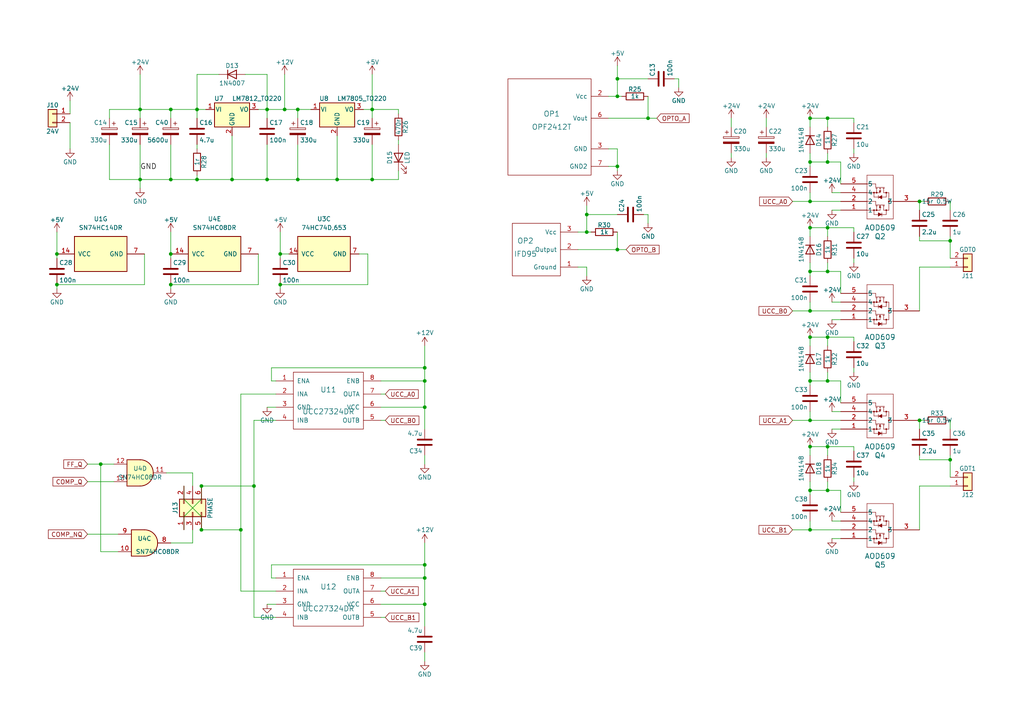
<source format=kicad_sch>
(kicad_sch (version 20230121) (generator eeschema)
  (paper "A4")
  (lib_symbols
    (symbol "0_MY_UD_SYM_LIB:AOD609" (pin_names (offset 0.254))
      (property "Reference" "Q" (at 11.43 7.62 0))
      (property "Value" "AOD609" (at 12.7 5.08 0))
      (symbol "AOD609_0_1"
        (pin unspecified line (at 0 0 0) (length 7.62) (name "1") (number "1"))
        (pin unspecified line (at 0 -2.54 0) (length 7.62) (name "2") (number "2"))
        (pin unspecified line (at 22.86 -2.54 180) (length 7.62) (name "3") (number "3"))
        (pin unspecified line (at 0 -5.08 0) (length 7.62) (name "4") (number "4"))
        (pin unspecified line (at 0 -7.62 0) (length 7.62) (name "5") (number "5"))
      )
    )
    (symbol "74xx:74HC14" (pin_names (offset 1.016))
      (property "Reference" "U" (at 0 1.27 0))
      (property "Value" "74HC14" (at 0 -1.27 0))
      (symbol "74HC14_1_0"
        (pin input line (at -7.62 0 0) (length 3.81) (name "~") (number "1"))
        (pin output inverted (at 7.62 0 180) (length 3.81) (name "~") (number "2"))
      )
      (symbol "74HC14_2_0"
        (pin input line (at -7.62 0 0) (length 3.81) (name "~") (number "3"))
        (pin output inverted (at 7.62 0 180) (length 3.81) (name "~") (number "4"))
      )
      (symbol "74HC14_3_0"
        (pin input line (at -7.62 0 0) (length 3.81) (name "~") (number "5"))
        (pin output inverted (at 7.62 0 180) (length 3.81) (name "~") (number "6"))
      )
      (symbol "74HC14_4_0"
        (pin output inverted (at 7.62 0 180) (length 3.81) (name "~") (number "8"))
        (pin input line (at -7.62 0 0) (length 3.81) (name "~") (number "9"))
      )
      (symbol "74HC14_5_0"
        (pin output inverted (at 7.62 0 180) (length 3.81) (name "~") (number "10"))
        (pin input line (at -7.62 0 0) (length 3.81) (name "~") (number "11"))
      )
      (symbol "74HC14_6_0"
        (pin output inverted (at 7.62 0 180) (length 3.81) (name "~") (number "12"))
        (pin input line (at -7.62 0 0) (length 3.81) (name "~") (number "13"))
      )
      (symbol "74HC14_7_0"
        (pin power_in line (at 0 12.7 270) (length 5.08) (name "VCC") (number "14"))
        (pin power_in line (at 0 -12.7 90) (length 5.08) (name "GND") (number "7"))
      )
    )
    (symbol "74xx:74HC74" (pin_names (offset 1.016))
      (property "Reference" "U" (at -7.62 8.89 0))
      (property "Value" "74HC74" (at -7.62 -8.89 0))
      (symbol "74HC74_1_0"
        (pin input line (at 0 -7.62 90) (length 2.54) (name "~{R}") (number "1"))
        (pin input line (at -7.62 2.54 0) (length 2.54) (name "D") (number "2"))
        (pin input clock (at -7.62 0 0) (length 2.54) (name "C") (number "3"))
        (pin input line (at 0 7.62 270) (length 2.54) (name "~{S}") (number "4"))
        (pin output line (at 7.62 2.54 180) (length 2.54) (name "Q") (number "5"))
        (pin output line (at 7.62 -2.54 180) (length 2.54) (name "~{Q}") (number "6"))
      )
      (symbol "74HC74_2_0"
        (pin input line (at 0 7.62 270) (length 2.54) (name "~{S}") (number "10"))
        (pin input clock (at -7.62 0 0) (length 2.54) (name "C") (number "11"))
        (pin input line (at -7.62 2.54 0) (length 2.54) (name "D") (number "12"))
        (pin input line (at 0 -7.62 90) (length 2.54) (name "~{R}") (number "13"))
        (pin output line (at 7.62 -2.54 180) (length 2.54) (name "~{Q}") (number "8"))
        (pin output line (at 7.62 2.54 180) (length 2.54) (name "Q") (number "9"))
      )
      (symbol "74HC74_3_0"
        (pin power_in line (at 0 10.16 270) (length 2.54) (name "VCC") (number "14"))
        (pin power_in line (at 0 -10.16 90) (length 2.54) (name "GND") (number "7"))
      )
    )
    (symbol "74xx:74LS08" (pin_names (offset 1.016))
      (property "Reference" "U" (at 0 1.27 0))
      (property "Value" "74LS08" (at 0 -1.27 0))
      (symbol "74LS08_1_1"
        (pin input line (at -7.62 2.54 0) (length 3.81) (name "~") (number "1"))
        (pin input line (at -7.62 -2.54 0) (length 3.81) (name "~") (number "2"))
        (pin output line (at 7.62 0 180) (length 3.81) (name "~") (number "3"))
      )
      (symbol "74LS08_1_2"
        (pin input inverted (at -7.62 2.54 0) (length 4.318) (name "~") (number "1"))
        (pin input inverted (at -7.62 -2.54 0) (length 4.318) (name "~") (number "2"))
        (pin output inverted (at 7.62 0 180) (length 3.81) (name "~") (number "3"))
      )
      (symbol "74LS08_2_1"
        (pin input line (at -7.62 2.54 0) (length 3.81) (name "~") (number "4"))
        (pin input line (at -7.62 -2.54 0) (length 3.81) (name "~") (number "5"))
        (pin output line (at 7.62 0 180) (length 3.81) (name "~") (number "6"))
      )
      (symbol "74LS08_2_2"
        (pin input inverted (at -7.62 2.54 0) (length 4.318) (name "~") (number "4"))
        (pin input inverted (at -7.62 -2.54 0) (length 4.318) (name "~") (number "5"))
        (pin output inverted (at 7.62 0 180) (length 3.81) (name "~") (number "6"))
      )
      (symbol "74LS08_3_1"
        (pin input line (at -7.62 -2.54 0) (length 3.81) (name "~") (number "10"))
        (pin output line (at 7.62 0 180) (length 3.81) (name "~") (number "8"))
        (pin input line (at -7.62 2.54 0) (length 3.81) (name "~") (number "9"))
      )
      (symbol "74LS08_3_2"
        (pin input inverted (at -7.62 -2.54 0) (length 4.318) (name "~") (number "10"))
        (pin output inverted (at 7.62 0 180) (length 3.81) (name "~") (number "8"))
        (pin input inverted (at -7.62 2.54 0) (length 4.318) (name "~") (number "9"))
      )
      (symbol "74LS08_4_1"
        (pin output line (at 7.62 0 180) (length 3.81) (name "~") (number "11"))
        (pin input line (at -7.62 2.54 0) (length 3.81) (name "~") (number "12"))
        (pin input line (at -7.62 -2.54 0) (length 3.81) (name "~") (number "13"))
      )
      (symbol "74LS08_4_2"
        (pin output inverted (at 7.62 0 180) (length 3.81) (name "~") (number "11"))
        (pin input inverted (at -7.62 2.54 0) (length 4.318) (name "~") (number "12"))
        (pin input inverted (at -7.62 -2.54 0) (length 4.318) (name "~") (number "13"))
      )
      (symbol "74LS08_5_0"
        (pin power_in line (at 0 12.7 270) (length 5.08) (name "VCC") (number "14"))
        (pin power_in line (at 0 -12.7 90) (length 5.08) (name "GND") (number "7"))
      )
    )
    (symbol "A_My_UD:IFD95" (pin_names (offset 1.016))
      (property "Reference" "OP" (at 0 3.81 0))
      (property "Value" "IFD95" (at 0 0 0))
      (symbol "IFD95_1_1"
        (pin input line (at 15.24 -3.81 180) (length 5.08) (name "Ground") (number "1"))
        (pin input line (at 15.24 1.27 180) (length 5.08) (name "Output") (number "2"))
        (pin input line (at 15.24 6.35 180) (length 5.08) (name "Vcc") (number "3"))
      )
    )
    (symbol "A_My_UD:OPF2412T" (pin_names (offset 1.016))
      (property "Reference" "OP" (at 0 3.81 0))
      (property "Value" "OPF2412T" (at 0 0 0))
      (symbol "OPF2412T_1_1"
        (pin input line (at 16.51 8.89 180) (length 5.08) (name "Vcc") (number "2"))
        (pin input line (at 16.51 -6.35 180) (length 5.08) (name "GND") (number "3"))
        (pin input line (at 16.51 2.54 180) (length 5.08) (name "Vout") (number "6"))
        (pin input line (at 16.51 -11.43 180) (length 5.08) (name "GND2") (number "7"))
      )
    )
    (symbol "A_My_UD:UCC27243" (pin_names (offset 1.016))
      (property "Reference" "U" (at 0 2.54 0))
      (property "Value" "UCC27243" (at 0 -3.81 0))
      (symbol "UCC27243_1_1"
        (pin input line (at -15.24 5.08 0) (length 5.08) (name "ENA") (number "1"))
        (pin input line (at -15.24 1.27 0) (length 5.08) (name "INA") (number "2"))
        (pin input line (at -15.24 -2.54 0) (length 5.08) (name "GND") (number "3"))
        (pin input line (at -15.24 -6.35 0) (length 5.08) (name "INB") (number "4"))
        (pin input line (at 15.24 -6.35 180) (length 5.08) (name "OUTB") (number "5"))
        (pin input line (at 15.24 -2.54 180) (length 5.08) (name "VCC") (number "6"))
        (pin input line (at 15.24 1.27 180) (length 5.08) (name "OUTA") (number "7"))
        (pin input line (at 15.24 5.08 180) (length 5.08) (name "ENB") (number "8"))
      )
    )
    (symbol "Connector_Generic:Conn_01x02" (pin_names (offset 1.016) hide)
      (property "Reference" "J" (at 0 2.54 0))
      (property "Value" "Conn_01x02" (at 0 -5.08 0))
      (symbol "Conn_01x02_1_1"
        (pin passive line (at -5.08 0 0) (length 3.81) (name "Pin_1") (number "1"))
        (pin passive line (at -5.08 -2.54 0) (length 3.81) (name "Pin_2") (number "2"))
      )
    )
    (symbol "Connector_Generic:Conn_02x03_Odd_Even" (pin_names (offset 1.016) hide)
      (property "Reference" "J" (at 1.27 5.08 0))
      (property "Value" "Conn_02x03_Odd_Even" (at 1.27 -5.08 0))
      (symbol "Conn_02x03_Odd_Even_1_1"
        (pin passive line (at -5.08 2.54 0) (length 3.81) (name "Pin_1") (number "1"))
        (pin passive line (at 7.62 2.54 180) (length 3.81) (name "Pin_2") (number "2"))
        (pin passive line (at -5.08 0 0) (length 3.81) (name "Pin_3") (number "3"))
        (pin passive line (at 7.62 0 180) (length 3.81) (name "Pin_4") (number "4"))
        (pin passive line (at -5.08 -2.54 0) (length 3.81) (name "Pin_5") (number "5"))
        (pin passive line (at 7.62 -2.54 180) (length 3.81) (name "Pin_6") (number "6"))
      )
    )
    (symbol "Device:C" (pin_numbers hide) (pin_names (offset 0.254))
      (property "Reference" "C" (at 0.635 2.54 0))
      (property "Value" "C" (at 0.635 -2.54 0))
      (symbol "C_1_1"
        (pin passive line (at 0 3.81 270) (length 2.794) (name "~") (number "1"))
        (pin passive line (at 0 -3.81 90) (length 2.794) (name "~") (number "2"))
      )
    )
    (symbol "Device:C_Polarized" (pin_numbers hide) (pin_names (offset 0.254))
      (property "Reference" "C" (at 0.635 2.54 0))
      (property "Value" "C_Polarized" (at 0.635 -2.54 0))
      (symbol "C_Polarized_1_1"
        (pin passive line (at 0 3.81 270) (length 2.794) (name "~") (number "1"))
        (pin passive line (at 0 -3.81 90) (length 2.794) (name "~") (number "2"))
      )
    )
    (symbol "Device:D" (pin_numbers hide) (pin_names (offset 1.016) hide)
      (property "Reference" "D" (at 0 2.54 0))
      (property "Value" "D" (at 0 -2.54 0))
      (symbol "D_1_1"
        (pin passive line (at -3.81 0 0) (length 2.54) (name "K") (number "1"))
        (pin passive line (at 3.81 0 180) (length 2.54) (name "A") (number "2"))
      )
    )
    (symbol "Device:LED" (pin_numbers hide) (pin_names (offset 1.016) hide)
      (property "Reference" "D" (at 0 2.54 0))
      (property "Value" "LED" (at 0 -2.54 0))
      (symbol "LED_1_1"
        (pin passive line (at -3.81 0 0) (length 2.54) (name "K") (number "1"))
        (pin passive line (at 3.81 0 180) (length 2.54) (name "A") (number "2"))
      )
    )
    (symbol "Device:R" (pin_numbers hide) (pin_names (offset 0))
      (property "Reference" "R" (at 2.032 0 90))
      (property "Value" "R" (at 0 0 90))
      (symbol "R_1_1"
        (pin passive line (at 0 3.81 270) (length 1.27) (name "~") (number "1"))
        (pin passive line (at 0 -3.81 90) (length 1.27) (name "~") (number "2"))
      )
    )
    (symbol "Regulator_Linear:LM7805_TO220" (pin_names (offset 0.254))
      (property "Reference" "U" (at -3.81 3.175 0))
      (property "Value" "LM7805_TO220" (at 0 3.175 0))
      (symbol "LM7805_TO220_1_1"
        (pin power_in line (at -7.62 0 0) (length 2.54) (name "VI") (number "1"))
        (pin power_in line (at 0 -7.62 90) (length 2.54) (name "GND") (number "2"))
        (pin power_out line (at 7.62 0 180) (length 2.54) (name "VO") (number "3"))
      )
    )
    (symbol "Regulator_Linear:LM7812_TO220" (pin_names (offset 0.254))
      (property "Reference" "U" (at -3.81 3.175 0))
      (property "Value" "LM7812_TO220" (at 0 3.175 0))
      (symbol "LM7812_TO220_1_1"
        (pin power_in line (at -7.62 0 0) (length 2.54) (name "VI") (number "1"))
        (pin power_in line (at 0 -7.62 90) (length 2.54) (name "GND") (number "2"))
        (pin power_out line (at 7.62 0 180) (length 2.54) (name "VO") (number "3"))
      )
    )
    (symbol "power:+12V" (power) (pin_names (offset 0))
      (property "Value" "+12V" (at 0 3.556 0))
      (symbol "+12V_1_1"
        (pin power_in line (at 0 0 90) (length 0) hide (name "+12V") (number "1"))
      )
    )
    (symbol "power:+24V" (power) (pin_names (offset 0))
      (property "Value" "+24V" (at 0 3.556 0))
      (symbol "+24V_1_1"
        (pin power_in line (at 0 0 90) (length 0) hide (name "+24V") (number "1"))
      )
    )
    (symbol "power:+5V" (power) (pin_names (offset 0))
      (property "Value" "+5V" (at 0 3.556 0))
      (symbol "+5V_1_1"
        (pin power_in line (at 0 0 90) (length 0) hide (name "+5V") (number "1"))
      )
    )
    (symbol "power:GND" (power) (pin_names (offset 0))
      (property "Value" "GND" (at 0 -3.81 0))
      (symbol "GND_1_1"
        (pin power_in line (at 0 0 270) (length 0) hide (name "GND") (number "1"))
      )
    )
  )
  (junction (at 179.07 72.39))
  (junction (at 240.03 78.74))
  (junction (at 240.03 97.79))
  (junction (at 16.51 82.55))
  (junction (at 187.96 34.29))
  (junction (at 179.07 22.86))
  (junction (at 179.07 27.94))
  (junction (at 73.66 140.97))
  (junction (at 123.19 110.49))
  (junction (at 234.95 142.24))
  (junction (at 58.42 153.67))
  (junction (at 170.18 67.31))
  (junction (at 179.07 48.26))
  (junction (at 40.64 52.07))
  (junction (at 97.79 52.07))
  (junction (at 240.03 142.24))
  (junction (at 275.59 69.85))
  (junction (at 107.95 52.07))
  (junction (at 266.7 58.42))
  (junction (at 49.53 31.75))
  (junction (at 58.42 140.97))
  (junction (at 234.95 58.42))
  (junction (at 123.19 175.26))
  (junction (at 69.85 153.67))
  (junction (at 81.28 82.55))
  (junction (at 57.15 52.07))
  (junction (at 234.95 66.04))
  (junction (at 77.47 52.07))
  (junction (at 77.47 31.75))
  (junction (at 123.19 163.83))
  (junction (at 240.03 110.49))
  (junction (at 57.15 31.75))
  (junction (at 240.03 129.54))
  (junction (at 49.53 82.55))
  (junction (at 240.03 34.29))
  (junction (at 49.53 73.66))
  (junction (at 234.95 90.17))
  (junction (at 234.95 34.29))
  (junction (at 275.59 133.35))
  (junction (at 240.03 46.99))
  (junction (at 16.51 73.66))
  (junction (at 234.95 78.74))
  (junction (at 107.95 31.75))
  (junction (at 234.95 110.49))
  (junction (at 82.55 31.75))
  (junction (at 234.95 46.99))
  (junction (at 81.28 73.66))
  (junction (at 266.7 121.92))
  (junction (at 240.03 66.04))
  (junction (at 67.31 52.07))
  (junction (at 234.95 121.92))
  (junction (at 234.95 153.67))
  (junction (at 123.19 106.68))
  (junction (at 86.36 52.07))
  (junction (at 234.95 97.79))
  (junction (at 49.53 52.07))
  (junction (at 29.21 134.62))
  (junction (at 123.19 167.64))
  (junction (at 234.95 129.54))
  (junction (at 123.19 118.11))
  (junction (at 86.36 31.75))
  (junction (at 40.64 31.75))
  (junction (at 170.18 62.23))
  (wire (pts (xy 16.51 73.66) (xy 16.51 74.93)))
  (wire (pts (xy 179.07 19.05) (xy 179.07 22.86)))
  (wire (pts (xy 71.12 21.59) (xy 77.47 21.59)))
  (wire (pts (xy 81.28 82.55) (xy 81.28 83.82)))
  (wire (pts (xy 86.36 31.75) (xy 86.36 34.29)))
  (wire (pts (xy 123.19 175.26) (xy 110.49 175.26)))
  (wire (pts (xy 187.96 27.94) (xy 187.96 34.29)))
  (wire (pts (xy 77.47 52.07) (xy 77.47 41.91)))
  (wire (pts (xy 275.59 69.85) (xy 275.59 74.93)))
  (wire (pts (xy 78.74 106.68) (xy 78.74 110.49)))
  (wire (pts (xy 196.85 22.86) (xy 196.85 25.4)))
  (wire (pts (xy 29.21 134.62) (xy 33.02 134.62)))
  (wire (pts (xy 234.95 139.7) (xy 234.95 142.24)))
  (wire (pts (xy 266.7 124.46) (xy 266.7 121.92)))
  (wire (pts (xy 241.3 124.46) (xy 243.84 124.46)))
  (wire (pts (xy 78.74 110.49) (xy 80.01 110.49)))
  (wire (pts (xy 77.47 175.26) (xy 80.01 175.26)))
  (wire (pts (xy 123.19 110.49) (xy 123.19 106.68)))
  (wire (pts (xy 266.7 69.85) (xy 266.7 68.58)))
  (wire (pts (xy 78.74 167.64) (xy 80.01 167.64)))
  (wire (pts (xy 234.95 97.79) (xy 240.03 97.79)))
  (wire (pts (xy 171.45 67.31) (xy 170.18 67.31)))
  (wire (pts (xy 73.66 140.97) (xy 73.66 179.07)))
  (wire (pts (xy 97.79 52.07) (xy 107.95 52.07)))
  (wire (pts (xy 67.31 52.07) (xy 77.47 52.07)))
  (wire (pts (xy 107.95 52.07) (xy 115.57 52.07)))
  (wire (pts (xy 222.25 34.29) (xy 222.25 36.83)))
  (wire (pts (xy 241.3 60.96) (xy 243.84 60.96)))
  (wire (pts (xy 170.18 59.69) (xy 170.18 62.23)))
  (wire (pts (xy 77.47 21.59) (xy 77.47 31.75)))
  (wire (pts (xy 123.19 157.48) (xy 123.19 163.83)))
  (wire (pts (xy 234.95 36.83) (xy 234.95 34.29)))
  (wire (pts (xy 234.95 121.92) (xy 234.95 119.38)))
  (wire (pts (xy 243.84 78.74) (xy 240.03 78.74)))
  (wire (pts (xy 247.65 35.56) (xy 247.65 34.29)))
  (wire (pts (xy 31.75 34.29) (xy 31.75 31.75)))
  (wire (pts (xy 81.28 67.31) (xy 81.28 73.66)))
  (wire (pts (xy 179.07 43.18) (xy 176.53 43.18)))
  (wire (pts (xy 97.79 52.07) (xy 97.79 39.37)))
  (wire (pts (xy 247.65 43.18) (xy 247.65 44.45)))
  (wire (pts (xy 243.84 46.99) (xy 240.03 46.99)))
  (wire (pts (xy 234.95 68.58) (xy 234.95 66.04)))
  (wire (pts (xy 55.88 153.67) (xy 55.88 157.48)))
  (wire (pts (xy 86.36 31.75) (xy 90.17 31.75)))
  (wire (pts (xy 241.3 87.63) (xy 243.84 87.63)))
  (wire (pts (xy 167.64 67.31) (xy 170.18 67.31)))
  (wire (pts (xy 41.91 82.55) (xy 16.51 82.55)))
  (wire (pts (xy 229.87 153.67) (xy 234.95 153.67)))
  (wire (pts (xy 176.53 34.29) (xy 187.96 34.29)))
  (wire (pts (xy 49.53 31.75) (xy 57.15 31.75)))
  (wire (pts (xy 69.85 114.3) (xy 69.85 153.67)))
  (wire (pts (xy 195.58 22.86) (xy 196.85 22.86)))
  (wire (pts (xy 73.66 121.92) (xy 80.01 121.92)))
  (wire (pts (xy 53.34 153.67) (xy 53.34 149.86)))
  (wire (pts (xy 57.15 21.59) (xy 63.5 21.59)))
  (wire (pts (xy 31.75 31.75) (xy 40.64 31.75)))
  (wire (pts (xy 41.91 73.66) (xy 41.91 82.55)))
  (wire (pts (xy 234.95 76.2) (xy 234.95 78.74)))
  (wire (pts (xy 212.09 34.29) (xy 212.09 36.83)))
  (wire (pts (xy 167.64 77.47) (xy 170.18 77.47)))
  (wire (pts (xy 240.03 110.49) (xy 240.03 107.95)))
  (wire (pts (xy 247.65 130.81) (xy 247.65 129.54)))
  (wire (pts (xy 234.95 100.33) (xy 234.95 97.79)))
  (wire (pts (xy 29.21 134.62) (xy 29.21 160.02)))
  (wire (pts (xy 49.53 157.48) (xy 55.88 157.48)))
  (wire (pts (xy 179.07 48.26) (xy 179.07 49.53)))
  (wire (pts (xy 266.7 140.97) (xy 275.59 140.97)))
  (wire (pts (xy 234.95 46.99) (xy 240.03 46.99)))
  (wire (pts (xy 53.34 144.78) (xy 53.34 140.97)))
  (wire (pts (xy 243.84 142.24) (xy 243.84 148.59)))
  (wire (pts (xy 170.18 62.23) (xy 179.07 62.23)))
  (wire (pts (xy 176.53 27.94) (xy 179.07 27.94)))
  (wire (pts (xy 107.95 31.75) (xy 115.57 31.75)))
  (wire (pts (xy 25.4 154.94) (xy 34.29 154.94)))
  (wire (pts (xy 176.53 48.26) (xy 179.07 48.26)))
  (wire (pts (xy 40.64 31.75) (xy 40.64 34.29)))
  (wire (pts (xy 234.95 107.95) (xy 234.95 110.49)))
  (wire (pts (xy 234.95 46.99) (xy 234.95 48.26)))
  (wire (pts (xy 266.7 121.92) (xy 267.97 121.92)))
  (wire (pts (xy 266.7 60.96) (xy 266.7 58.42)))
  (wire (pts (xy 25.4 139.7) (xy 33.02 139.7)))
  (wire (pts (xy 40.64 31.75) (xy 49.53 31.75)))
  (wire (pts (xy 179.07 22.86) (xy 179.07 27.94)))
  (wire (pts (xy 240.03 66.04) (xy 240.03 68.58)))
  (wire (pts (xy 240.03 66.04) (xy 247.65 66.04)))
  (wire (pts (xy 73.66 179.07) (xy 80.01 179.07)))
  (wire (pts (xy 240.03 129.54) (xy 247.65 129.54)))
  (wire (pts (xy 104.14 73.66) (xy 106.68 73.66)))
  (wire (pts (xy 55.88 137.16) (xy 55.88 140.97)))
  (wire (pts (xy 180.34 27.94) (xy 179.07 27.94)))
  (wire (pts (xy 40.64 52.07) (xy 40.64 54.61)))
  (wire (pts (xy 107.95 31.75) (xy 107.95 34.29)))
  (wire (pts (xy 57.15 31.75) (xy 57.15 21.59)))
  (wire (pts (xy 241.3 119.38) (xy 243.84 119.38)))
  (wire (pts (xy 58.42 144.78) (xy 58.42 140.97)))
  (wire (pts (xy 243.84 142.24) (xy 240.03 142.24)))
  (wire (pts (xy 77.47 31.75) (xy 77.47 34.29)))
  (wire (pts (xy 123.19 132.08) (xy 123.19 134.62)))
  (wire (pts (xy 234.95 153.67) (xy 234.95 151.13)))
  (wire (pts (xy 234.95 44.45) (xy 234.95 46.99)))
  (wire (pts (xy 229.87 90.17) (xy 234.95 90.17)))
  (wire (pts (xy 187.96 34.29) (xy 190.5 34.29)))
  (wire (pts (xy 57.15 31.75) (xy 57.15 34.29)))
  (wire (pts (xy 212.09 44.45) (xy 212.09 45.72)))
  (wire (pts (xy 240.03 78.74) (xy 240.03 76.2)))
  (wire (pts (xy 234.95 132.08) (xy 234.95 129.54)))
  (wire (pts (xy 234.95 142.24) (xy 234.95 143.51)))
  (wire (pts (xy 31.75 41.91) (xy 31.75 52.07)))
  (wire (pts (xy 110.49 121.92) (xy 111.76 121.92)))
  (wire (pts (xy 78.74 106.68) (xy 123.19 106.68)))
  (wire (pts (xy 123.19 118.11) (xy 110.49 118.11)))
  (wire (pts (xy 123.19 118.11) (xy 123.19 124.46)))
  (wire (pts (xy 241.3 151.13) (xy 243.84 151.13)))
  (wire (pts (xy 167.64 72.39) (xy 179.07 72.39)))
  (wire (pts (xy 229.87 121.92) (xy 234.95 121.92)))
  (wire (pts (xy 234.95 142.24) (xy 240.03 142.24)))
  (wire (pts (xy 105.41 31.75) (xy 107.95 31.75)))
  (wire (pts (xy 20.32 29.21) (xy 20.32 33.02)))
  (wire (pts (xy 234.95 58.42) (xy 243.84 58.42)))
  (wire (pts (xy 266.7 77.47) (xy 275.59 77.47)))
  (wire (pts (xy 123.19 167.64) (xy 123.19 163.83)))
  (wire (pts (xy 77.47 118.11) (xy 80.01 118.11)))
  (wire (pts (xy 234.95 78.74) (xy 234.95 80.01)))
  (wire (pts (xy 49.53 41.91) (xy 49.53 52.07)))
  (wire (pts (xy 86.36 52.07) (xy 86.36 41.91)))
  (wire (pts (xy 247.65 74.93) (xy 247.65 76.2)))
  (wire (pts (xy 16.51 82.55) (xy 16.51 83.82)))
  (wire (pts (xy 82.55 31.75) (xy 82.55 21.59)))
  (wire (pts (xy 25.4 134.62) (xy 29.21 134.62)))
  (wire (pts (xy 57.15 52.07) (xy 67.31 52.07)))
  (wire (pts (xy 275.59 121.92) (xy 275.59 124.46)))
  (wire (pts (xy 40.64 21.59) (xy 40.64 31.75)))
  (wire (pts (xy 82.55 31.75) (xy 86.36 31.75)))
  (wire (pts (xy 49.53 67.31) (xy 49.53 73.66)))
  (wire (pts (xy 240.03 129.54) (xy 240.03 132.08)))
  (wire (pts (xy 247.65 106.68) (xy 247.65 107.95)))
  (wire (pts (xy 57.15 31.75) (xy 59.69 31.75)))
  (wire (pts (xy 234.95 129.54) (xy 240.03 129.54)))
  (wire (pts (xy 40.64 52.07) (xy 40.64 41.91)))
  (wire (pts (xy 266.7 153.67) (xy 266.7 140.97)))
  (wire (pts (xy 110.49 179.07) (xy 111.76 179.07)))
  (wire (pts (xy 179.07 72.39) (xy 181.61 72.39)))
  (wire (pts (xy 58.42 149.86) (xy 53.34 144.78)))
  (wire (pts (xy 222.25 44.45) (xy 222.25 45.72)))
  (wire (pts (xy 234.95 90.17) (xy 243.84 90.17)))
  (wire (pts (xy 16.51 67.31) (xy 16.51 73.66)))
  (wire (pts (xy 275.59 58.42) (xy 275.59 60.96)))
  (wire (pts (xy 48.26 137.16) (xy 55.88 137.16)))
  (wire (pts (xy 275.59 133.35) (xy 275.59 138.43)))
  (wire (pts (xy 240.03 142.24) (xy 240.03 139.7)))
  (wire (pts (xy 49.53 31.75) (xy 49.53 34.29)))
  (wire (pts (xy 234.95 153.67) (xy 243.84 153.67)))
  (wire (pts (xy 234.95 78.74) (xy 240.03 78.74)))
  (wire (pts (xy 74.93 82.55) (xy 49.53 82.55)))
  (wire (pts (xy 243.84 110.49) (xy 240.03 110.49)))
  (wire (pts (xy 74.93 73.66) (xy 74.93 82.55)))
  (wire (pts (xy 74.93 31.75) (xy 77.47 31.75)))
  (wire (pts (xy 234.95 121.92) (xy 243.84 121.92)))
  (wire (pts (xy 110.49 114.3) (xy 111.76 114.3)))
  (wire (pts (xy 240.03 34.29) (xy 247.65 34.29)))
  (wire (pts (xy 20.32 35.56) (xy 20.32 43.18)))
  (wire (pts (xy 186.69 62.23) (xy 187.96 62.23)))
  (wire (pts (xy 31.75 52.07) (xy 40.64 52.07)))
  (wire (pts (xy 58.42 149.86) (xy 58.42 153.67)))
  (wire (pts (xy 123.19 175.26) (xy 123.19 181.61)))
  (wire (pts (xy 247.65 138.43) (xy 247.65 139.7)))
  (wire (pts (xy 110.49 171.45) (xy 111.76 171.45)))
  (wire (pts (xy 123.19 189.23) (xy 123.19 191.77)))
  (wire (pts (xy 170.18 62.23) (xy 170.18 67.31)))
  (wire (pts (xy 78.74 163.83) (xy 78.74 167.64)))
  (wire (pts (xy 78.74 163.83) (xy 123.19 163.83)))
  (wire (pts (xy 234.95 34.29) (xy 240.03 34.29)))
  (wire (pts (xy 243.84 78.74) (xy 243.84 85.09)))
  (wire (pts (xy 73.66 121.92) (xy 73.66 140.97)))
  (wire (pts (xy 53.34 149.86) (xy 58.42 144.78)))
  (wire (pts (xy 69.85 153.67) (xy 69.85 171.45)))
  (wire (pts (xy 234.95 66.04) (xy 240.03 66.04)))
  (wire (pts (xy 234.95 110.49) (xy 240.03 110.49)))
  (wire (pts (xy 241.3 156.21) (xy 243.84 156.21)))
  (wire (pts (xy 275.59 132.08) (xy 275.59 133.35)))
  (wire (pts (xy 187.96 62.23) (xy 187.96 64.77)))
  (wire (pts (xy 234.95 110.49) (xy 234.95 111.76)))
  (wire (pts (xy 240.03 97.79) (xy 247.65 97.79)))
  (wire (pts (xy 123.19 167.64) (xy 123.19 175.26)))
  (wire (pts (xy 40.64 52.07) (xy 49.53 52.07)))
  (wire (pts (xy 77.47 52.07) (xy 86.36 52.07)))
  (wire (pts (xy 29.21 160.02) (xy 34.29 160.02)))
  (wire (pts (xy 234.95 90.17) (xy 234.95 87.63)))
  (wire (pts (xy 275.59 68.58) (xy 275.59 69.85)))
  (wire (pts (xy 81.28 73.66) (xy 81.28 74.93)))
  (wire (pts (xy 123.19 110.49) (xy 123.19 118.11)))
  (wire (pts (xy 57.15 52.07) (xy 57.15 50.8)))
  (wire (pts (xy 247.65 99.06) (xy 247.65 97.79)))
  (wire (pts (xy 69.85 171.45) (xy 80.01 171.45)))
  (wire (pts (xy 266.7 90.17) (xy 266.7 77.47)))
  (wire (pts (xy 107.95 21.59) (xy 107.95 31.75)))
  (wire (pts (xy 115.57 31.75) (xy 115.57 33.02)))
  (wire (pts (xy 110.49 167.64) (xy 123.19 167.64)))
  (wire (pts (xy 49.53 73.66) (xy 49.53 74.93)))
  (wire (pts (xy 243.84 110.49) (xy 243.84 116.84)))
  (wire (pts (xy 107.95 52.07) (xy 107.95 41.91)))
  (wire (pts (xy 179.07 67.31) (xy 179.07 72.39)))
  (wire (pts (xy 240.03 97.79) (xy 240.03 100.33)))
  (wire (pts (xy 58.42 140.97) (xy 73.66 140.97)))
  (wire (pts (xy 266.7 69.85) (xy 275.59 69.85)))
  (wire (pts (xy 49.53 82.55) (xy 49.53 83.82)))
  (wire (pts (xy 229.87 58.42) (xy 234.95 58.42)))
  (wire (pts (xy 240.03 34.29) (xy 240.03 36.83)))
  (wire (pts (xy 123.19 100.33) (xy 123.19 106.68)))
  (wire (pts (xy 243.84 46.99) (xy 243.84 53.34)))
  (wire (pts (xy 58.42 153.67) (xy 69.85 153.67)))
  (wire (pts (xy 179.07 43.18) (xy 179.07 48.26)))
  (wire (pts (xy 49.53 52.07) (xy 57.15 52.07)))
  (wire (pts (xy 115.57 52.07) (xy 115.57 49.53)))
  (wire (pts (xy 106.68 73.66) (xy 106.68 82.55)))
  (wire (pts (xy 170.18 77.47) (xy 170.18 80.01)))
  (wire (pts (xy 77.47 31.75) (xy 82.55 31.75)))
  (wire (pts (xy 81.28 73.66) (xy 83.82 73.66)))
  (wire (pts (xy 241.3 92.71) (xy 243.84 92.71)))
  (wire (pts (xy 234.95 58.42) (xy 234.95 55.88)))
  (wire (pts (xy 67.31 52.07) (xy 67.31 39.37)))
  (wire (pts (xy 179.07 22.86) (xy 187.96 22.86)))
  (wire (pts (xy 241.3 55.88) (xy 243.84 55.88)))
  (wire (pts (xy 115.57 40.64) (xy 115.57 41.91)))
  (wire (pts (xy 266.7 58.42) (xy 267.97 58.42)))
  (wire (pts (xy 57.15 41.91) (xy 57.15 43.18)))
  (wire (pts (xy 110.49 110.49) (xy 123.19 110.49)))
  (wire (pts (xy 266.7 133.35) (xy 275.59 133.35)))
  (wire (pts (xy 86.36 52.07) (xy 97.79 52.07)))
  (wire (pts (xy 266.7 133.35) (xy 266.7 132.08)))
  (wire (pts (xy 240.03 46.99) (xy 240.03 44.45)))
  (wire (pts (xy 247.65 67.31) (xy 247.65 66.04)))
  (wire (pts (xy 106.68 82.55) (xy 81.28 82.55)))
  (wire (pts (xy 69.85 114.3) (xy 80.01 114.3)))
  (label "GND" (at 40.64 49.53 0) (effects (font (size 1.524 1.524))))
  (global_label "UCC_B0" (shape input) (at 111.76 121.92 0) (property "Intersheetrefs" "${INTERSHEET_REFS}" (effects hide)))
  (global_label "UCC_B1" (shape input) (at 229.87 153.67 180) (property "Intersheetrefs" "${INTERSHEET_REFS}" (effects hide)))
  (global_label "UCC_A0" (shape input) (at 229.87 58.42 180) (property "Intersheetrefs" "${INTERSHEET_REFS}" (effects hide)))
  (global_label "COMP_NQ" (shape input) (at 25.4 154.94 180) (property "Intersheetrefs" "${INTERSHEET_REFS}" (effects hide)))
  (global_label "FF_Q" (shape input) (at 25.4 134.62 180) (property "Intersheetrefs" "${INTERSHEET_REFS}" (effects hide)))
  (global_label "OPTO_B" (shape input) (at 181.61 72.39 0) (property "Intersheetrefs" "${INTERSHEET_REFS}" (effects hide)))
  (global_label "OPTO_A" (shape input) (at 190.5 34.29 0) (property "Intersheetrefs" "${INTERSHEET_REFS}" (effects hide)))
  (global_label "UCC_B0" (shape input) (at 229.87 90.17 180) (property "Intersheetrefs" "${INTERSHEET_REFS}" (effects hide)))
  (global_label "UCC_A1" (shape input) (at 111.76 171.45 0) (property "Intersheetrefs" "${INTERSHEET_REFS}" (effects hide)))
  (global_label "UCC_B1" (shape input) (at 111.76 179.07 0) (property "Intersheetrefs" "${INTERSHEET_REFS}" (effects hide)))
  (global_label "COMP_Q" (shape input) (at 25.4 139.7 180) (property "Intersheetrefs" "${INTERSHEET_REFS}" (effects hide)))
  (global_label "UCC_A0" (shape input) (at 111.76 114.3 0) (property "Intersheetrefs" "${INTERSHEET_REFS}" (effects hide)))
  (global_label "UCC_A1" (shape input) (at 229.87 121.92 180) (property "Intersheetrefs" "${INTERSHEET_REFS}" (effects hide)))
  (symbol (lib_id "Connector_Generic:Conn_01x02") (at 15.24 33.02 0) (mirror y) (unit 1)
    (property "Reference" "J10" (at 15.24 30.48 0))
    (property "Value" "24V" (at 15.24 38.1 0))
    (property "Footprint" "TerminalBlock:TerminalBlock_bornier-2_P5.08mm" (effects hide))
    (property "Part Number" "EBB-02-D-BL" (effects hide))
  )
  (symbol (lib_id "Device:D") (at 234.95 72.39 270) (unit 1)
    (property "Reference" "D16" (at 237.49 72.39 0))
    (property "Value" "1N4148" (at 232.41 72.39 0))
    (property "Footprint" "Diode_SMD:D_SOD-123" (effects hide))
    (property "Part Number" "1N4148WGW" (effects hide))
  )
  (symbol (lib_id "Device:C") (at 191.77 22.86 90) (unit 1)
    (property "Reference" "C13" (at 189.23 22.225 0) (effects (justify left)))
    (property "Value" "100n" (at 194.31 22.225 0) (effects (justify left)))
    (property "Footprint" "Capacitor_SMD:C_1206_3216Metric_Pad1.33x1.80mm_HandSolder" (effects hide))
    (property "Part Number" "KGM21NR71H104KT" (effects hide))
  )
  (symbol (lib_id "power:+24V") (at 234.95 66.04 0) (unit 1)
    (property "Reference" "#PWR046" (effects hide))
    (property "Value" "+24V" (at 234.95 62.484 0))
  )
  (symbol (lib_id "power:GND") (at 81.28 83.82 0) (unit 1)
    (property "Reference" "#PWR054" (effects hide))
    (property "Value" "GND" (at 81.28 87.63 0))
  )
  (symbol (lib_id "Device:C") (at 123.19 128.27 180) (unit 1)
    (property "Reference" "C34" (at 122.555 130.81 0) (effects (justify left)))
    (property "Value" "4.7u" (at 122.555 125.73 0) (effects (justify left)))
    (property "Footprint" "Capacitor_SMD:C_1206_3216Metric_Pad1.33x1.80mm_HandSolder" (effects hide))
    (property "Part Number" "CL21A475KBQNNNE" (effects hide))
  )
  (symbol (lib_id "A_My_UD:IFD95") (at 152.4 73.66 0) (unit 1)
    (property "Reference" "OP2" (at 152.4 69.85 0) (effects (font (size 1.524 1.524))))
    (property "Value" "IFD95" (at 152.4 73.66 0) (effects (font (size 1.524 1.524))))
    (property "Footprint" "0_MY_UD_LIB_FP:IFD95" (effects hide))
  )
  (symbol (lib_id "Device:D") (at 234.95 40.64 270) (unit 1)
    (property "Reference" "D14" (at 237.49 40.64 0))
    (property "Value" "1N4148" (at 232.41 40.64 0))
    (property "Footprint" "Diode_SMD:D_SOD-123" (effects hide))
    (property "Part Number" "1N4148WGW" (effects hide))
  )
  (symbol (lib_id "power:GND") (at 241.3 156.21 0) (unit 1)
    (property "Reference" "#PWR067" (effects hide))
    (property "Value" "GND" (at 241.3 160.02 0))
  )
  (symbol (lib_id "power:+24V") (at 40.64 21.59 0) (unit 1)
    (property "Reference" "#PWR028" (effects hide))
    (property "Value" "+24V" (at 40.64 18.034 0))
  )
  (symbol (lib_id "power:GND") (at 123.19 191.77 0) (unit 1)
    (property "Reference" "#PWR070" (effects hide))
    (property "Value" "GND" (at 123.19 195.58 0))
  )
  (symbol (lib_id "Device:R") (at 271.78 121.92 90) (unit 1)
    (property "Reference" "R33" (at 271.78 119.888 90))
    (property "Value" "15r 0.5W" (at 271.78 121.92 90))
    (property "Footprint" "Resistor_SMD:R_1206_3216Metric_Pad1.30x1.75mm_HandSolder" (effects hide))
    (property "Part Number" "SG73P2ATTD15R0F" (effects hide))
  )
  (symbol (lib_id "74xx:74LS08") (at 40.64 137.16 0) (unit 4)
    (property "Reference" "U4" (at 40.64 135.89 0))
    (property "Value" "SN74HC08DR" (at 40.64 138.43 0))
    (property "Footprint" "Package_SO:SOIC-14_3.9x8.7mm_P1.27mm" (effects hide))
    (property "Datasheet" "http://www.ti.com/lit/gpn/sn74LS08" (effects hide))
    (property "Part Number" "SN74HC08DR" (effects hide))
  )
  (symbol (lib_id "power:+5V") (at 179.07 19.05 0) (unit 1)
    (property "Reference" "#PWR027" (effects hide))
    (property "Value" "+5V" (at 179.07 15.494 0))
  )
  (symbol (lib_id "Device:C_Polarized") (at 107.95 38.1 0) (mirror y) (unit 1)
    (property "Reference" "C19" (at 107.315 35.56 0) (effects (justify left)))
    (property "Value" "330u" (at 107.315 40.64 0) (effects (justify left)))
    (property "Footprint" "Capacitor_THT:CP_Radial_D10.0mm_P5.00mm" (effects hide))
    (property "Part Number" "EKYB350ELL331MH20D" (effects hide))
  )
  (symbol (lib_id "Connector_Generic:Conn_02x03_Odd_Even") (at 55.88 148.59 90) (unit 1)
    (property "Reference" "J13" (at 50.8 147.32 0))
    (property "Value" "PHASE" (at 60.96 147.32 0))
    (property "Footprint" "Connector_PinHeader_2.54mm:PinHeader_2x03_P2.54mm_Vertical" (effects hide))
  )
  (symbol (lib_id "power:GND") (at 196.85 25.4 0) (unit 1)
    (property "Reference" "#PWR032" (effects hide))
    (property "Value" "GND" (at 196.85 29.21 0))
  )
  (symbol (lib_id "power:+24V") (at 234.95 34.29 0) (unit 1)
    (property "Reference" "#PWR035" (effects hide))
    (property "Value" "+24V" (at 234.95 30.734 0))
  )
  (symbol (lib_id "Device:C") (at 234.95 147.32 0) (mirror y) (unit 1)
    (property "Reference" "C38" (at 234.315 144.78 0) (effects (justify left)))
    (property "Value" "100n" (at 234.315 149.86 0) (effects (justify left)))
    (property "Footprint" "Capacitor_SMD:C_1206_3216Metric_Pad1.33x1.80mm_HandSolder" (effects hide))
    (property "Part Number" "KGM21NR71H104KT" (effects hide))
  )
  (symbol (lib_id "Device:C") (at 57.15 38.1 0) (unit 1)
    (property "Reference" "C16" (at 57.785 35.56 0) (effects (justify left)))
    (property "Value" "4.7u" (at 57.785 40.64 0) (effects (justify left)))
    (property "Footprint" "Capacitor_SMD:C_1206_3216Metric_Pad1.33x1.80mm_HandSolder" (effects hide))
    (property "Part Number" "CL21A475KBQNNNE" (effects hide))
  )
  (symbol (lib_id "power:+12V") (at 123.19 157.48 0) (unit 1)
    (property "Reference" "#PWR068" (effects hide))
    (property "Value" "+12V" (at 123.19 153.67 0))
  )
  (symbol (lib_id "Device:C_Polarized") (at 212.09 40.64 0) (unit 1)
    (property "Reference" "C20" (at 212.725 38.1 0) (effects (justify left)))
    (property "Value" "330u" (at 212.725 43.18 0) (effects (justify left)))
    (property "Footprint" "Capacitor_THT:CP_Radial_D10.0mm_P5.00mm" (effects hide))
    (property "Part Number" "EKYB350ELL331MH20D" (effects hide))
  )
  (symbol (lib_id "Device:C") (at 275.59 128.27 0) (unit 1)
    (property "Reference" "C36" (at 276.225 125.73 0) (effects (justify left)))
    (property "Value" "1u" (at 276.225 130.81 0) (effects (justify left)))
    (property "Footprint" "Capacitor_SMD:C_1206_3216Metric_Pad1.33x1.80mm_HandSolder" (effects hide))
    (property "Part Number" "CL21B105KBFNNNG" (effects hide))
  )
  (symbol (lib_id "power:+24V") (at 241.3 151.13 0) (mirror y) (unit 1)
    (property "Reference" "#PWR066" (effects hide))
    (property "Value" "+24V" (at 241.3 147.574 0))
  )
  (symbol (lib_id "power:GND") (at 77.47 118.11 0) (unit 1)
    (property "Reference" "#PWR060" (effects hide))
    (property "Value" "GND" (at 77.47 121.92 0))
  )
  (symbol (lib_id "power:+24V") (at 212.09 34.29 0) (unit 1)
    (property "Reference" "#PWR033" (effects hide))
    (property "Value" "+24V" (at 212.09 30.734 0))
  )
  (symbol (lib_id "Device:C") (at 266.7 64.77 0) (unit 1)
    (property "Reference" "C25" (at 267.335 62.23 0) (effects (justify left)))
    (property "Value" "2.2u" (at 267.335 67.31 0) (effects (justify left)))
    (property "Footprint" "Capacitor_SMD:C_1206_3216Metric_Pad1.33x1.80mm_HandSolder" (effects hide))
    (property "Part Number" "CL21A225KBFNNNE" (effects hide))
  )
  (symbol (lib_id "power:+24V") (at 234.95 97.79 0) (unit 1)
    (property "Reference" "#PWR057" (effects hide))
    (property "Value" "+24V" (at 234.95 94.234 0))
  )
  (symbol (lib_id "Connector_Generic:Conn_01x02") (at 280.67 140.97 0) (mirror x) (unit 1)
    (property "Reference" "J12" (at 280.67 143.51 0))
    (property "Value" "GDT1" (at 280.67 135.89 0))
    (property "Footprint" "TerminalBlock:TerminalBlock_bornier-2_P5.08mm" (effects hide))
    (property "Part Number" "EBB-02-D-BL" (effects hide))
  )
  (symbol (lib_id "power:GND") (at 247.65 139.7 0) (unit 1)
    (property "Reference" "#PWR065" (effects hide))
    (property "Value" "GND" (at 247.65 143.51 0))
  )
  (symbol (lib_id "power:GND") (at 123.19 134.62 0) (unit 1)
    (property "Reference" "#PWR064" (effects hide))
    (property "Value" "GND" (at 123.19 138.43 0))
  )
  (symbol (lib_id "power:+24V") (at 241.3 55.88 0) (mirror y) (unit 1)
    (property "Reference" "#PWR042" (effects hide))
    (property "Value" "+24V" (at 241.3 52.324 0))
  )
  (symbol (lib_id "Device:C_Polarized") (at 49.53 38.1 0) (mirror y) (unit 1)
    (property "Reference" "C40" (at 48.895 35.56 0) (effects (justify left)))
    (property "Value" "5600u" (at 48.895 40.64 0) (effects (justify left)))
    (property "Footprint" "Capacitor_THT:CP_Radial_D18.0mm_P7.50mm" (effects hide))
    (property "Part Number" "EKYB350ELL562MMP1S" (effects hide))
  )
  (symbol (lib_id "power:GND") (at 40.64 54.61 0) (unit 1)
    (property "Reference" "#PWR041" (effects hide))
    (property "Value" "GND" (at 40.64 58.42 0))
  )
  (symbol (lib_id "Device:C") (at 234.95 83.82 0) (mirror y) (unit 1)
    (property "Reference" "C31" (at 234.315 81.28 0) (effects (justify left)))
    (property "Value" "100n" (at 234.315 86.36 0) (effects (justify left)))
    (property "Footprint" "Capacitor_SMD:C_1206_3216Metric_Pad1.33x1.80mm_HandSolder" (effects hide))
    (property "Part Number" "KGM21NR71H104KT" (effects hide))
  )
  (symbol (lib_id "Device:C_Polarized") (at 86.36 38.1 0) (unit 1)
    (property "Reference" "C18" (at 86.995 35.56 0) (effects (justify left)))
    (property "Value" "330u" (at 86.995 40.64 0) (effects (justify left)))
    (property "Footprint" "Capacitor_THT:CP_Radial_D10.0mm_P5.00mm" (effects hide))
    (property "Part Number" "EKYB350ELL331MH20D" (effects hide))
  )
  (symbol (lib_id "A_My_UD:UCC27243") (at 95.25 172.72 0) (unit 1)
    (property "Reference" "U12" (at 95.25 170.18 0) (effects (font (size 1.524 1.524))))
    (property "Value" "UCC27324DR" (at 95.25 176.53 0) (effects (font (size 1.524 1.524))))
    (property "Footprint" "Package_SO:SOIC-8_3.9x4.9mm_P1.27mm" (effects hide))
    (property "Part Number" "UCC27324DR" (effects hide))
  )
  (symbol (lib_id "power:GND") (at 222.25 45.72 0) (unit 1)
    (property "Reference" "#PWR039" (effects hide))
    (property "Value" "GND" (at 222.25 49.53 0))
  )
  (symbol (lib_id "power:GND") (at 187.96 64.77 0) (unit 1)
    (property "Reference" "#PWR045" (effects hide))
    (property "Value" "GND" (at 187.96 68.58 0))
  )
  (symbol (lib_id "0_MY_UD_SYM_LIB:AOD609") (at 243.84 156.21 0) (mirror x) (unit 1)
    (property "Reference" "Q5" (at 255.27 163.83 0) (effects (font (size 1.524 1.524))))
    (property "Value" "AOD609" (at 255.27 161.29 0) (effects (font (size 1.524 1.524))))
    (property "Footprint" "Package_TO_SOT_SMD:TO-252-4" (effects hide))
    (property "Datasheet" "AOD609" (effects hide))
    (property "Part Number" "AOD609" (effects hide))
  )
  (symbol (lib_id "Device:R") (at 240.03 104.14 0) (unit 1)
    (property "Reference" "R32" (at 242.062 104.14 90))
    (property "Value" "1k" (at 240.03 104.14 90))
    (property "Footprint" "Resistor_SMD:R_1206_3216Metric_Pad1.30x1.75mm_HandSolder" (effects hide))
    (property "Part Number" "RNCP0805FTD1K00" (effects hide))
  )
  (symbol (lib_id "74xx:74HC74") (at 93.98 73.66 90) (unit 3)
    (property "Reference" "U3" (at 93.98 63.5 90))
    (property "Value" "74HC74D,653" (at 93.98 66.04 90))
    (property "Footprint" "Package_SO:SOIC-14_3.9x8.7mm_P1.27mm" (effects hide))
    (property "Datasheet" "74xx/74hc_hct74.pdf" (effects hide))
    (property "Part Number" "74HC74D,653" (effects hide))
  )
  (symbol (lib_id "Device:R") (at 240.03 72.39 0) (unit 1)
    (property "Reference" "R31" (at 242.062 72.39 90))
    (property "Value" "1k" (at 240.03 72.39 90))
    (property "Footprint" "Resistor_SMD:R_1206_3216Metric_Pad1.30x1.75mm_HandSolder" (effects hide))
    (property "Part Number" "RNCP0805FTD1K00" (effects hide))
  )
  (symbol (lib_id "power:GND") (at 20.32 43.18 0) (unit 1)
    (property "Reference" "#PWR036" (effects hide))
    (property "Value" "GND" (at 20.32 46.99 0))
  )
  (symbol (lib_id "Device:C") (at 182.88 62.23 90) (unit 1)
    (property "Reference" "C24" (at 180.34 61.595 0) (effects (justify left)))
    (property "Value" "100n" (at 185.42 61.595 0) (effects (justify left)))
    (property "Footprint" "Capacitor_SMD:C_1206_3216Metric_Pad1.33x1.80mm_HandSolder" (effects hide))
    (property "Part Number" "KGM21NR71H104KT" (effects hide))
  )
  (symbol (lib_id "A_My_UD:UCC27243") (at 95.25 115.57 0) (unit 1)
    (property "Reference" "U11" (at 95.25 113.03 0) (effects (font (size 1.524 1.524))))
    (property "Value" "UCC27324DR" (at 95.25 119.38 0) (effects (font (size 1.524 1.524))))
    (property "Footprint" "Package_SO:SOIC-8_3.9x4.9mm_P1.27mm" (effects hide))
    (property "Part Number" "UCC27324DR" (effects hide))
  )
  (symbol (lib_id "power:+24V") (at 234.95 129.54 0) (unit 1)
    (property "Reference" "#PWR063" (effects hide))
    (property "Value" "+24V" (at 234.95 125.984 0))
  )
  (symbol (lib_id "Device:C") (at 234.95 52.07 0) (mirror y) (unit 1)
    (property "Reference" "C23" (at 234.315 49.53 0) (effects (justify left)))
    (property "Value" "100n" (at 234.315 54.61 0) (effects (justify left)))
    (property "Footprint" "Capacitor_SMD:C_1206_3216Metric_Pad1.33x1.80mm_HandSolder" (effects hide))
    (property "Part Number" "KGM21NR71H104KT" (effects hide))
  )
  (symbol (lib_id "power:GND") (at 49.53 83.82 0) (unit 1)
    (property "Reference" "#PWR053" (effects hide))
    (property "Value" "GND" (at 49.53 87.63 0))
  )
  (symbol (lib_id "Device:C_Polarized") (at 31.75 38.1 0) (mirror y) (unit 1)
    (property "Reference" "C14" (at 31.115 35.56 0) (effects (justify left)))
    (property "Value" "330u" (at 31.115 40.64 0) (effects (justify left)))
    (property "Footprint" "Capacitor_THT:CP_Radial_D10.0mm_P5.00mm" (effects hide))
    (property "Part Number" "EKYB350ELL331MH20D" (effects hide))
  )
  (symbol (lib_id "Device:C") (at 77.47 38.1 0) (unit 1)
    (property "Reference" "C17" (at 78.105 35.56 0) (effects (justify left)))
    (property "Value" "100n" (at 78.105 40.64 0) (effects (justify left)))
    (property "Footprint" "Capacitor_SMD:C_1206_3216Metric_Pad1.33x1.80mm_HandSolder" (effects hide))
    (property "Part Number" "KGM21NR71H104KT" (effects hide))
  )
  (symbol (lib_id "74xx:74LS08") (at 41.91 157.48 0) (unit 3)
    (property "Reference" "U4" (at 41.91 156.21 0))
    (property "Value" "SN74HC08DR" (at 45.72 160.02 0))
    (property "Footprint" "Package_SO:SOIC-14_3.9x8.7mm_P1.27mm" (effects hide))
    (property "Datasheet" "http://www.ti.com/lit/gpn/sn74LS08" (effects hide))
    (property "Part Number" "SN74HC08DR" (effects hide))
  )
  (symbol (lib_id "Device:R") (at 271.78 58.42 90) (unit 1)
    (property "Reference" "R29" (at 271.78 56.388 90))
    (property "Value" "15r 0.5W" (at 271.78 58.42 90))
    (property "Footprint" "Resistor_SMD:R_1206_3216Metric_Pad1.30x1.75mm_HandSolder" (effects hide))
    (property "Part Number" "SG73P2ATTD15R0F" (effects hide))
  )
  (symbol (lib_id "Device:D") (at 234.95 135.89 270) (unit 1)
    (property "Reference" "D18" (at 237.49 135.89 0))
    (property "Value" "1N4148" (at 232.41 135.89 0))
    (property "Footprint" "Diode_SMD:D_SOD-123" (effects hide))
    (property "Part Number" "1N4148WGW" (effects hide))
  )
  (symbol (lib_id "A_My_UD:OPF2412T") (at 160.02 36.83 0) (unit 1)
    (property "Reference" "OP1" (at 160.02 33.02 0) (effects (font (size 1.524 1.524))))
    (property "Value" "OPF2412T" (at 160.02 36.83 0) (effects (font (size 1.524 1.524))))
    (property "Footprint" "0_MY_UD_LIB_FP:OPF2412T" (effects hide))
  )
  (symbol (lib_id "Device:R") (at 240.03 40.64 0) (unit 1)
    (property "Reference" "R27" (at 242.062 40.64 90))
    (property "Value" "1k" (at 240.03 40.64 90))
    (property "Footprint" "Resistor_SMD:R_1206_3216Metric_Pad1.30x1.75mm_HandSolder" (effects hide))
    (property "Part Number" "RNCP0805FTD1K00" (effects hide))
  )
  (symbol (lib_id "Device:C") (at 81.28 78.74 0) (unit 1)
    (property "Reference" "C30" (at 81.915 76.2 0) (effects (justify left)))
    (property "Value" "100n" (at 81.915 81.28 0) (effects (justify left)))
    (property "Footprint" "Capacitor_SMD:C_1206_3216Metric_Pad1.33x1.80mm_HandSolder" (effects hide))
    (property "Part Number" "KGM21NR71H104KT" (effects hide))
  )
  (symbol (lib_id "Regulator_Linear:LM7805_TO220") (at 97.79 31.75 0) (unit 1)
    (property "Reference" "U8" (at 93.98 28.575 0))
    (property "Value" "LM7805_TO220" (at 97.79 28.575 0) (effects (justify left)))
    (property "Footprint" "Package_TO_SOT_THT:TO-220-3_Vertical" (effects hide))
  )
  (symbol (lib_id "Device:R") (at 57.15 46.99 0) (unit 1)
    (property "Reference" "R28" (at 59.182 46.99 90))
    (property "Value" "1r" (at 57.15 46.99 90))
    (property "Footprint" "Resistor_SMD:R_1206_3216Metric_Pad1.30x1.75mm_HandSolder" (effects hide))
    (property "Part Number" "RK73H2ATTD1R00F" (effects hide))
  )
  (symbol (lib_id "power:GND") (at 212.09 45.72 0) (unit 1)
    (property "Reference" "#PWR037" (effects hide))
    (property "Value" "GND" (at 212.09 49.53 0))
  )
  (symbol (lib_id "Connector_Generic:Conn_01x02") (at 280.67 77.47 0) (mirror x) (unit 1)
    (property "Reference" "J11" (at 280.67 80.01 0))
    (property "Value" "GDT0" (at 280.67 72.39 0))
    (property "Footprint" "TerminalBlock:TerminalBlock_bornier-2_P5.08mm" (effects hide))
    (property "Part Number" "EBB-02-D-BL" (effects hide))
  )
  (symbol (lib_id "Device:C") (at 234.95 115.57 0) (mirror y) (unit 1)
    (property "Reference" "C33" (at 234.315 113.03 0) (effects (justify left)))
    (property "Value" "100n" (at 234.315 118.11 0) (effects (justify left)))
    (property "Footprint" "Capacitor_SMD:C_1206_3216Metric_Pad1.33x1.80mm_HandSolder" (effects hide))
    (property "Part Number" "KGM21NR71H104KT" (effects hide))
  )
  (symbol (lib_id "power:GND") (at 170.18 80.01 0) (unit 1)
    (property "Reference" "#PWR051" (effects hide))
    (property "Value" "GND" (at 170.18 83.82 0))
  )
  (symbol (lib_id "power:+5V") (at 81.28 67.31 0) (unit 1)
    (property "Reference" "#PWR049" (effects hide))
    (property "Value" "+5V" (at 81.28 63.754 0))
  )
  (symbol (lib_id "Device:C_Polarized") (at 222.25 40.64 0) (unit 1)
    (property "Reference" "C22" (at 222.885 38.1 0) (effects (justify left)))
    (property "Value" "330u" (at 222.885 43.18 0) (effects (justify left)))
    (property "Footprint" "Capacitor_THT:CP_Radial_D10.0mm_P5.00mm" (effects hide))
    (property "Part Number" "EKYB350ELL331MH20D" (effects hide))
  )
  (symbol (lib_id "power:GND") (at 247.65 76.2 0) (unit 1)
    (property "Reference" "#PWR050" (effects hide))
    (property "Value" "GND" (at 247.65 80.01 0))
  )
  (symbol (lib_id "Device:C") (at 123.19 185.42 180) (unit 1)
    (property "Reference" "C39" (at 122.555 187.96 0) (effects (justify left)))
    (property "Value" "4.7u" (at 122.555 182.88 0) (effects (justify left)))
    (property "Footprint" "Capacitor_SMD:C_1206_3216Metric_Pad1.33x1.80mm_HandSolder" (effects hide))
    (property "Part Number" "CL21A475KBQNNNE" (effects hide))
  )
  (symbol (lib_id "Device:R") (at 240.03 135.89 0) (unit 1)
    (property "Reference" "R34" (at 242.062 135.89 90))
    (property "Value" "1k" (at 240.03 135.89 90))
    (property "Footprint" "Resistor_SMD:R_1206_3216Metric_Pad1.30x1.75mm_HandSolder" (effects hide))
    (property "Part Number" "RNCP0805FTD1K00" (effects hide))
  )
  (symbol (lib_id "power:+24V") (at 20.32 29.21 0) (unit 1)
    (property "Reference" "#PWR031" (effects hide))
    (property "Value" "+24V" (at 20.32 25.654 0))
  )
  (symbol (lib_id "Regulator_Linear:LM7812_TO220") (at 67.31 31.75 0) (unit 1)
    (property "Reference" "U7" (at 63.5 28.575 0))
    (property "Value" "LM7812_TO220" (at 67.31 28.575 0) (effects (justify left)))
    (property "Footprint" "Package_TO_SOT_THT:TO-220-3_Vertical" (effects hide))
  )
  (symbol (lib_id "74xx:74HC14") (at 29.21 73.66 90) (unit 7)
    (property "Reference" "U1" (at 29.21 63.5 90))
    (property "Value" "SN74HC14DR" (at 29.21 66.04 90))
    (property "Footprint" "Package_SO:SOIC-14_3.9x8.7mm_P1.27mm" (effects hide))
    (property "Datasheet" "http://www.ti.com/lit/gpn/sn74HC14" (effects hide))
    (property "Part Number" "SN74HC14DR" (effects hide))
  )
  (symbol (lib_id "power:+24V") (at 222.25 34.29 0) (unit 1)
    (property "Reference" "#PWR034" (effects hide))
    (property "Value" "+24V" (at 222.25 30.734 0))
  )
  (symbol (lib_id "power:GND") (at 247.65 107.95 0) (unit 1)
    (property "Reference" "#PWR059" (effects hide))
    (property "Value" "GND" (at 247.65 111.76 0))
  )
  (symbol (lib_id "Device:C") (at 247.65 71.12 0) (unit 1)
    (property "Reference" "C27" (at 248.285 68.58 0) (effects (justify left)))
    (property "Value" "10u" (at 248.285 73.66 0) (effects (justify left)))
    (property "Footprint" "Capacitor_SMD:C_1206_3216Metric_Pad1.33x1.80mm_HandSolder" (effects hide))
    (property "Part Number" "GRM21BR61H106KE43L" (effects hide))
  )
  (symbol (lib_id "power:+24V") (at 241.3 87.63 0) (mirror y) (unit 1)
    (property "Reference" "#PWR055" (effects hide))
    (property "Value" "+24V" (at 241.3 84.074 0))
  )
  (symbol (lib_id "power:GND") (at 77.47 175.26 0) (unit 1)
    (property "Reference" "#PWR069" (effects hide))
    (property "Value" "GND" (at 77.47 179.07 0))
  )
  (symbol (lib_id "power:+5V") (at 170.18 59.69 0) (unit 1)
    (property "Reference" "#PWR043" (effects hide))
    (property "Value" "+5V" (at 170.18 56.134 0))
  )
  (symbol (lib_id "power:GND") (at 247.65 44.45 0) (unit 1)
    (property "Reference" "#PWR038" (effects hide))
    (property "Value" "GND" (at 247.65 48.26 0))
  )
  (symbol (lib_id "0_MY_UD_SYM_LIB:AOD609") (at 243.84 60.96 0) (mirror x) (unit 1)
    (property "Reference" "Q2" (at 255.27 68.58 0) (effects (font (size 1.524 1.524))))
    (property "Value" "AOD609" (at 255.27 66.04 0) (effects (font (size 1.524 1.524))))
    (property "Footprint" "Package_TO_SOT_SMD:TO-252-4" (effects hide))
    (property "Datasheet" "AOD609" (effects hide))
    (property "Part Number" "AOD609" (effects hide))
  )
  (symbol (lib_id "Device:C") (at 266.7 128.27 0) (unit 1)
    (property "Reference" "C35" (at 267.335 125.73 0) (effects (justify left)))
    (property "Value" "2.2u" (at 267.335 130.81 0) (effects (justify left)))
    (property "Footprint" "Capacitor_SMD:C_1206_3216Metric_Pad1.33x1.80mm_HandSolder" (effects hide))
    (property "Part Number" "CL21A225KBFNNNE" (effects hide))
  )
  (symbol (lib_id "Device:D") (at 67.31 21.59 0) (unit 1)
    (property "Reference" "D13" (at 67.31 19.05 0))
    (property "Value" "1N4007" (at 67.31 24.13 0))
    (property "Footprint" "Diode_SMD:D_SOD-123" (effects hide))
    (property "Part Number" "1N4007FL" (effects hide))
  )
  (symbol (lib_id "0_MY_UD_SYM_LIB:AOD609") (at 243.84 92.71 0) (mirror x) (unit 1)
    (property "Reference" "Q3" (at 255.27 100.33 0) (effects (font (size 1.524 1.524))))
    (property "Value" "AOD609" (at 255.27 97.79 0) (effects (font (size 1.524 1.524))))
    (property "Footprint" "Package_TO_SOT_SMD:TO-252-4" (effects hide))
    (property "Datasheet" "AOD609" (effects hide))
    (property "Part Number" "AOD609" (effects hide))
  )
  (symbol (lib_id "power:+12V") (at 82.55 21.59 0) (unit 1)
    (property "Reference" "#PWR029" (effects hide))
    (property "Value" "+12V" (at 82.55 18.034 0))
  )
  (symbol (lib_id "power:+12V") (at 123.19 100.33 0) (unit 1)
    (property "Reference" "#PWR058" (effects hide))
    (property "Value" "+12V" (at 123.19 96.52 0))
  )
  (symbol (lib_id "power:GND") (at 179.07 49.53 0) (unit 1)
    (property "Reference" "#PWR040" (effects hide))
    (property "Value" "GND" (at 179.07 53.34 0))
  )
  (symbol (lib_id "0_MY_UD_SYM_LIB:AOD609") (at 243.84 124.46 0) (mirror x) (unit 1)
    (property "Reference" "Q4" (at 255.27 132.08 0) (effects (font (size 1.524 1.524))))
    (property "Value" "AOD609" (at 255.27 129.54 0) (effects (font (size 1.524 1.524))))
    (property "Footprint" "Package_TO_SOT_SMD:TO-252-4" (effects hide))
    (property "Datasheet" "AOD609" (effects hide))
    (property "Part Number" "AOD609" (effects hide))
  )
  (symbol (lib_id "power:+5V") (at 107.95 21.59 0) (unit 1)
    (property "Reference" "#PWR030" (effects hide))
    (property "Value" "+5V" (at 107.95 18.034 0))
  )
  (symbol (lib_id "power:+24V") (at 241.3 119.38 0) (mirror y) (unit 1)
    (property "Reference" "#PWR061" (effects hide))
    (property "Value" "+24V" (at 241.3 115.824 0))
  )
  (symbol (lib_id "Device:C_Polarized") (at 40.64 38.1 0) (mirror y) (unit 1)
    (property "Reference" "C15" (at 40.005 35.56 0) (effects (justify left)))
    (property "Value" "330u" (at 40.005 40.64 0) (effects (justify left)))
    (property "Footprint" "Capacitor_THT:CP_Radial_D10.0mm_P5.00mm" (effects hide))
    (property "Part Number" "EKYB350ELL331MH20D" (effects hide))
  )
  (symbol (lib_id "power:GND") (at 241.3 60.96 0) (unit 1)
    (property "Reference" "#PWR044" (effects hide))
    (property "Value" "GND" (at 241.3 64.77 0))
  )
  (symbol (lib_id "power:+5V") (at 49.53 67.31 0) (unit 1)
    (property "Reference" "#PWR048" (effects hide))
    (property "Value" "+5V" (at 49.53 63.754 0))
  )
  (symbol (lib_id "power:GND") (at 241.3 92.71 0) (unit 1)
    (property "Reference" "#PWR056" (effects hide))
    (property "Value" "GND" (at 241.3 96.52 0))
  )
  (symbol (lib_id "Device:C") (at 49.53 78.74 0) (unit 1)
    (property "Reference" "C29" (at 50.165 76.2 0) (effects (justify left)))
    (property "Value" "100n" (at 50.165 81.28 0) (effects (justify left)))
    (property "Footprint" "Capacitor_SMD:C_1206_3216Metric_Pad1.33x1.80mm_HandSolder" (effects hide))
    (property "Part Number" "KGM21NR71H104KT" (effects hide))
  )
  (symbol (lib_id "Device:C") (at 247.65 134.62 0) (unit 1)
    (property "Reference" "C37" (at 248.285 132.08 0) (effects (justify left)))
    (property "Value" "10u" (at 248.285 137.16 0) (effects (justify left)))
    (property "Footprint" "Capacitor_SMD:C_1206_3216Metric_Pad1.33x1.80mm_HandSolder" (effects hide))
    (property "Part Number" "GRM21BR61H106KE43L" (effects hide))
  )
  (symbol (lib_id "Device:D") (at 234.95 104.14 270) (unit 1)
    (property "Reference" "D17" (at 237.49 104.14 0))
    (property "Value" "1N4148" (at 232.41 104.14 0))
    (property "Footprint" "Diode_SMD:D_SOD-123" (effects hide))
    (property "Part Number" "1N4148WGW" (effects hide))
  )
  (symbol (lib_id "Device:C") (at 247.65 102.87 0) (unit 1)
    (property "Reference" "C32" (at 248.285 100.33 0) (effects (justify left)))
    (property "Value" "10u" (at 248.285 105.41 0) (effects (justify left)))
    (property "Footprint" "Capacitor_SMD:C_1206_3216Metric_Pad1.33x1.80mm_HandSolder" (effects hide))
    (property "Part Number" "GRM21BR61H106KE43L" (effects hide))
  )
  (symbol (lib_id "Device:C") (at 247.65 39.37 0) (unit 1)
    (property "Reference" "C21" (at 248.285 36.83 0) (effects (justify left)))
    (property "Value" "10u" (at 248.285 41.91 0) (effects (justify left)))
    (property "Footprint" "Capacitor_SMD:C_1206_3216Metric_Pad1.33x1.80mm_HandSolder" (effects hide))
    (property "Part Number" "GRM21BR61H106KE43L" (effects hide))
  )
  (symbol (lib_id "power:+5V") (at 16.51 67.31 0) (unit 1)
    (property "Reference" "#PWR047" (effects hide))
    (property "Value" "+5V" (at 16.51 63.754 0))
  )
  (symbol (lib_id "power:GND") (at 241.3 124.46 0) (unit 1)
    (property "Reference" "#PWR062" (effects hide))
    (property "Value" "GND" (at 241.3 128.27 0))
  )
  (symbol (lib_id "Device:LED") (at 115.57 45.72 90) (unit 1)
    (property "Reference" "D15" (at 113.03 45.72 0))
    (property "Value" "LED" (at 118.11 45.72 0))
    (property "Footprint" "LED_THT:LED_D5.0mm" (effects hide))
  )
  (symbol (lib_id "Device:R") (at 175.26 67.31 90) (unit 1)
    (property "Reference" "R30" (at 175.26 65.278 90))
    (property "Value" "1k" (at 175.26 67.31 90))
    (property "Footprint" "Resistor_SMD:R_1206_3216Metric_Pad1.30x1.75mm_HandSolder" (effects hide))
    (property "Part Number" "RNCP0805FTD1K00" (effects hide))
  )
  (symbol (lib_id "Device:R") (at 184.15 27.94 90) (unit 1)
    (property "Reference" "R25" (at 184.15 25.908 90))
    (property "Value" "1k" (at 184.15 27.94 90))
    (property "Footprint" "Resistor_SMD:R_1206_3216Metric_Pad1.30x1.75mm_HandSolder" (effects hide))
    (property "Part Number" "RNCP0805FTD1K00" (effects hide))
  )
  (symbol (lib_id "Device:R") (at 115.57 36.83 0) (unit 1)
    (property "Reference" "R26" (at 117.602 36.83 90))
    (property "Value" "470r" (at 115.57 36.83 90))
    (property "Footprint" "Resistor_SMD:R_1206_3216Metric_Pad1.30x1.75mm_HandSolder" (effects hide))
    (property "Part Number" "RK73H2ATTD4700F" (effects hide))
  )
  (symbol (lib_id "Device:C") (at 275.59 64.77 0) (unit 1)
    (property "Reference" "C26" (at 276.225 62.23 0) (effects (justify left)))
    (property "Value" "1u" (at 276.225 67.31 0) (effects (justify left)))
    (property "Footprint" "Capacitor_SMD:C_1206_3216Metric_Pad1.33x1.80mm_HandSolder" (effects hide))
    (property "Part Number" "CL21B105KBFNNNG" (effects hide))
  )
  (symbol (lib_id "74xx:74LS08") (at 62.23 73.66 90) (unit 5)
    (property "Reference" "U4" (at 62.23 63.5 90))
    (property "Value" "SN74HC08DR" (at 62.23 66.04 90))
    (property "Footprint" "Package_SO:SOIC-14_3.9x8.7mm_P1.27mm" (effects hide))
    (property "Datasheet" "http://www.ti.com/lit/gpn/sn74LS08" (effects hide))
    (property "Part Number" "SN74HC08DR" (effects hide))
  )
  (symbol (lib_id "power:GND") (at 16.51 83.82 0) (unit 1)
    (property "Reference" "#PWR052" (effects hide))
    (property "Value" "GND" (at 16.51 87.63 0))
  )
  (symbol (lib_id "Device:C") (at 16.51 78.74 0) (unit 1)
    (property "Reference" "C28" (at 17.145 76.2 0) (effects (justify left)))
    (property "Value" "100n" (at 17.145 81.28 0) (effects (justify left)))
    (property "Footprint" "Capacitor_SMD:C_1206_3216Metric_Pad1.33x1.80mm_HandSolder" (effects hide))
    (property "Part Number" "KGM21NR71H104KT" (effects hide))
  )
)
</source>
